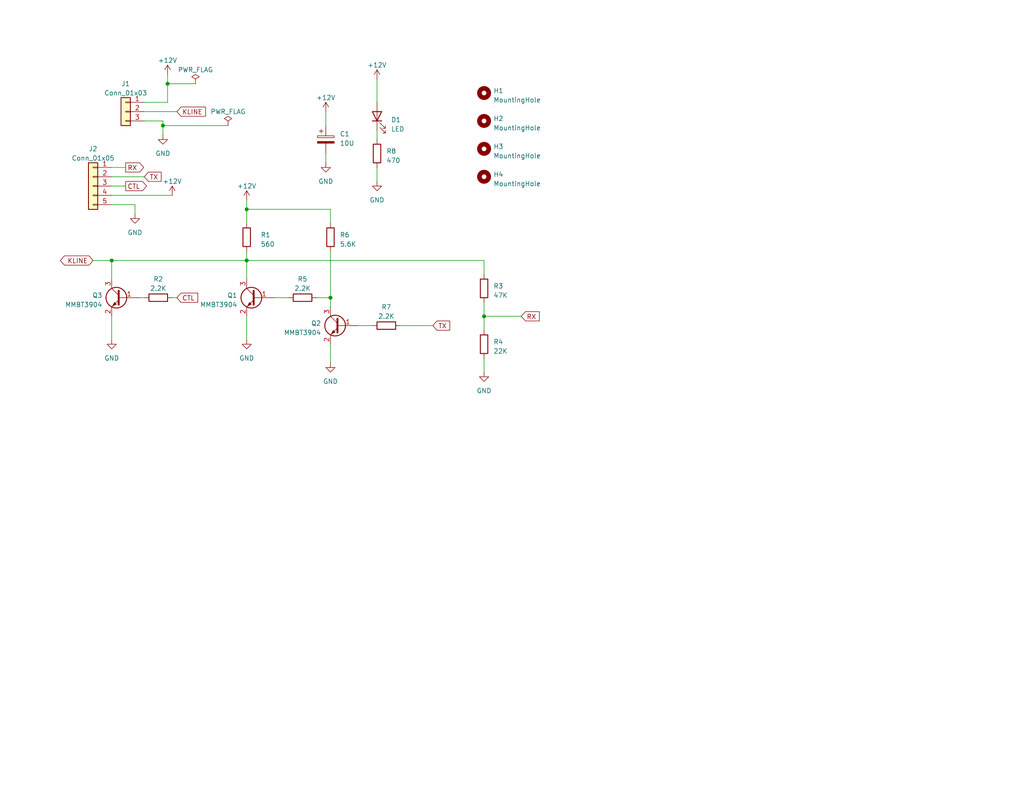
<source format=kicad_sch>
(kicad_sch (version 20230121) (generator eeschema)
  (paper "USLetter")
  (title_block (title "ISO9141 Interface Board"))
  (lib_symbols
    (symbol "Connector_Generic:Conn_01x03" (pin_names (offset 1.016) hide)
      (property "Reference" "J" (at 0 5.08 0))
      (property "Value" "Conn_01x03" (at 0 -5.08 0))
      (symbol "Conn_01x03_1_1"
        (rectangle (start -1.27 -2.413) (end 0 -2.667) (stroke (width 0.1524)))
        (rectangle (start -1.27 0.127) (end 0 -0.127) (stroke (width 0.1524)))
        (rectangle (start -1.27 2.667) (end 0 2.413) (stroke (width 0.1524)))
        (rectangle (start -1.27 3.81) (end 1.27 -3.81) (stroke (width 0.254)) (fill (type background)))
        (pin passive line (at -5.08 2.54 0) (length 3.81) (name "Pin_1") (number "1"))
        (pin passive line (at -5.08 0 0) (length 3.81) (name "Pin_2") (number "2"))
        (pin passive line (at -5.08 -2.54 0) (length 3.81) (name "Pin_3") (number "3"))
      )
    )
    (symbol "Connector_Generic:Conn_01x05" (pin_names (offset 1.016) hide)
      (property "Reference" "J" (at 0 7.62 0))
      (property "Value" "Conn_01x05" (at 0 -7.62 0))
      (symbol "Conn_01x05_1_1"
        (rectangle (start -1.27 -4.953) (end 0 -5.207) (stroke (width 0.1524)))
        (rectangle (start -1.27 -2.413) (end 0 -2.667) (stroke (width 0.1524)))
        (rectangle (start -1.27 0.127) (end 0 -0.127) (stroke (width 0.1524)))
        (rectangle (start -1.27 2.667) (end 0 2.413) (stroke (width 0.1524)))
        (rectangle (start -1.27 5.207) (end 0 4.953) (stroke (width 0.1524)))
        (rectangle (start -1.27 6.35) (end 1.27 -6.35) (stroke (width 0.254)) (fill (type background)))
        (pin passive line (at -5.08 5.08 0) (length 3.81) (name "Pin_1") (number "1"))
        (pin passive line (at -5.08 2.54 0) (length 3.81) (name "Pin_2") (number "2"))
        (pin passive line (at -5.08 0 0) (length 3.81) (name "Pin_3") (number "3"))
        (pin passive line (at -5.08 -2.54 0) (length 3.81) (name "Pin_4") (number "4"))
        (pin passive line (at -5.08 -5.08 0) (length 3.81) (name "Pin_5") (number "5"))
      )
    )
    (symbol "Device:C_Polarized" (pin_numbers hide) (pin_names (offset 0.254))
      (property "Reference" "C" (at 0.635 2.54 0))
      (property "Value" "C_Polarized" (at 0.635 -2.54 0))
      (symbol "C_Polarized_0_1"
        (rectangle (start -2.286 0.508) (end 2.286 1.016))
        (polyline (pts (xy -1.778 2.286) (xy -0.762 2.286)))
        (polyline (pts (xy -1.27 2.794) (xy -1.27 1.778)))
        (rectangle (start 2.286 -0.508) (end -2.286 -1.016) (fill (type outline)))
      )
      (symbol "C_Polarized_1_1"
        (pin passive line (at 0 3.81 270) (length 2.794) (name "~") (number "1"))
        (pin passive line (at 0 -3.81 90) (length 2.794) (name "~") (number "2"))
      )
    )
    (symbol "Device:LED" (pin_numbers hide) (pin_names (offset 1.016) hide)
      (property "Reference" "D" (at 0 2.54 0))
      (property "Value" "LED" (at 0 -2.54 0))
      (symbol "LED_0_1"
        (polyline (pts (xy -1.27 -1.27) (xy -1.27 1.27)) (stroke (width 0.254)))
        (polyline (pts (xy -1.27 0) (xy 1.27 0)))
        (polyline (pts (xy 1.27 -1.27) (xy 1.27 1.27) (xy -1.27 0) (xy 1.27 -1.27)) (stroke (width 0.254)))
        (polyline (pts (xy -3.048 -0.762) (xy -4.572 -2.286) (xy -3.81 -2.286) (xy -4.572 -2.286) (xy -4.572 -1.524)))
        (polyline (pts (xy -1.778 -0.762) (xy -3.302 -2.286) (xy -2.54 -2.286) (xy -3.302 -2.286) (xy -3.302 -1.524)))
      )
      (symbol "LED_1_1"
        (pin passive line (at -3.81 0 0) (length 2.54) (name "K") (number "1"))
        (pin passive line (at 3.81 0 180) (length 2.54) (name "A") (number "2"))
      )
    )
    (symbol "Device:R" (pin_numbers hide) (pin_names (offset 0))
      (property "Reference" "R" (at 2.032 0 90))
      (property "Value" "R" (at 0 0 90))
      (symbol "R_0_1"
        (rectangle (start -1.016 -2.54) (end 1.016 2.54) (stroke (width 0.254)))
      )
      (symbol "R_1_1"
        (pin passive line (at 0 3.81 270) (length 1.27) (name "~") (number "1"))
        (pin passive line (at 0 -3.81 90) (length 1.27) (name "~") (number "2"))
      )
    )
    (symbol "Mechanical:MountingHole" (pin_names (offset 1.016))
      (property "Reference" "H" (at 0 5.08 0))
      (property "Value" "MountingHole" (at 0 3.175 0))
      (symbol "MountingHole_0_1"
        (circle (center 0 0) (radius 1.27) (stroke (width 1.27)))
      )
    )
    (symbol "Transistor_BJT:MMBT3904" (pin_names (offset 0) hide)
      (property "Reference" "Q" (at 5.08 1.905 0))
      (property "Value" "MMBT3904" (at 5.08 0 0))
      (symbol "MMBT3904_0_1"
        (polyline (pts (xy 0.635 0.635) (xy 2.54 2.54)))
        (polyline (pts (xy 0.635 -0.635) (xy 2.54 -2.54) (xy 2.54 -2.54)))
        (polyline (pts (xy 0.635 1.905) (xy 0.635 -1.905) (xy 0.635 -1.905)) (stroke (width 0.508)))
        (polyline (pts (xy 1.27 -1.778) (xy 1.778 -1.27) (xy 2.286 -2.286) (xy 1.27 -1.778) (xy 1.27 -1.778)) (fill (type outline)))
        (circle (center 1.27 0) (radius 2.8194) (stroke (width 0.254)))
      )
      (symbol "MMBT3904_1_1"
        (pin input line (at -5.08 0 0) (length 5.715) (name "B") (number "1"))
        (pin passive line (at 2.54 -5.08 90) (length 2.54) (name "E") (number "2"))
        (pin passive line (at 2.54 5.08 270) (length 2.54) (name "C") (number "3"))
      )
    )
    (symbol "power:+12V" (power) (pin_names (offset 0))
      (property "Value" "+12V" (at 0 3.556 0))
      (symbol "+12V_0_1"
        (polyline (pts (xy -0.762 1.27) (xy 0 2.54)))
        (polyline (pts (xy 0 0) (xy 0 2.54)))
        (polyline (pts (xy 0 2.54) (xy 0.762 1.27)))
      )
      (symbol "+12V_1_1"
        (pin power_in line (at 0 0 90) (length 0) hide (name "+12V") (number "1"))
      )
    )
    (symbol "power:GND" (power) (pin_names (offset 0))
      (property "Value" "GND" (at 0 -3.81 0))
      (symbol "GND_0_1"
        (polyline (pts (xy 0 0) (xy 0 -1.27) (xy 1.27 -1.27) (xy 0 -2.54) (xy -1.27 -1.27) (xy 0 -1.27)))
      )
      (symbol "GND_1_1"
        (pin power_in line (at 0 0 270) (length 0) hide (name "GND") (number "1"))
      )
    )
    (symbol "power:PWR_FLAG" (power) (pin_numbers hide) (pin_names (offset 0) hide)
      (property "Value" "PWR_FLAG" (at 0 3.81 0))
      (symbol "PWR_FLAG_0_0"
        (pin power_out line (at 0 0 90) (length 0) (name "pwr") (number "1"))
      )
      (symbol "PWR_FLAG_0_1"
        (polyline (pts (xy 0 0) (xy 0 1.27) (xy -1.016 1.905) (xy 0 2.54) (xy 1.016 1.905) (xy 0 1.27)))
      )
    )
  )
  (junction (at 90.17 81.28))
  (junction (at 45.72 22.86))
  (junction (at 30.48 71.12))
  (junction (at 67.31 71.12))
  (junction (at 44.45 34.29))
  (junction (at 132.08 86.36))
  (junction (at 67.31 57.15))
  (wire (pts (xy 39.37 30.48) (xy 48.26 30.48)))
  (wire (pts (xy 102.87 21.59) (xy 102.87 27.94)))
  (wire (pts (xy 36.83 55.88) (xy 36.83 58.42)))
  (wire (pts (xy 97.79 88.9) (xy 101.6 88.9)))
  (wire (pts (xy 109.22 88.9) (xy 118.11 88.9)))
  (wire (pts (xy 90.17 68.58) (xy 90.17 81.28)))
  (wire (pts (xy 46.99 81.28) (xy 48.26 81.28)))
  (wire (pts (xy 44.45 34.29) (xy 62.23 34.29)))
  (wire (pts (xy 39.37 33.02) (xy 44.45 33.02)))
  (wire (pts (xy 67.31 57.15) (xy 67.31 60.96)))
  (wire (pts (xy 88.9 41.91) (xy 88.9 44.45)))
  (wire (pts (xy 45.72 22.86) (xy 53.34 22.86)))
  (wire (pts (xy 67.31 71.12) (xy 67.31 76.2)))
  (wire (pts (xy 86.36 81.28) (xy 90.17 81.28)))
  (wire (pts (xy 30.48 86.36) (xy 30.48 92.71)))
  (wire (pts (xy 74.93 81.28) (xy 78.74 81.28)))
  (wire (pts (xy 102.87 45.72) (xy 102.87 49.53)))
  (wire (pts (xy 132.08 86.36) (xy 132.08 90.17)))
  (wire (pts (xy 90.17 93.98) (xy 90.17 99.06)))
  (wire (pts (xy 30.48 71.12) (xy 67.31 71.12)))
  (wire (pts (xy 132.08 82.55) (xy 132.08 86.36)))
  (wire (pts (xy 67.31 86.36) (xy 67.31 92.71)))
  (wire (pts (xy 67.31 71.12) (xy 132.08 71.12)))
  (wire (pts (xy 90.17 57.15) (xy 90.17 60.96)))
  (wire (pts (xy 39.37 27.94) (xy 45.72 27.94)))
  (wire (pts (xy 44.45 33.02) (xy 44.45 34.29)))
  (wire (pts (xy 45.72 27.94) (xy 45.72 22.86)))
  (wire (pts (xy 30.48 71.12) (xy 30.48 76.2)))
  (wire (pts (xy 90.17 81.28) (xy 90.17 83.82)))
  (wire (pts (xy 38.1 81.28) (xy 39.37 81.28)))
  (wire (pts (xy 88.9 30.48) (xy 88.9 34.29)))
  (wire (pts (xy 30.48 48.26) (xy 39.37 48.26)))
  (wire (pts (xy 30.48 45.72) (xy 34.29 45.72)))
  (wire (pts (xy 30.48 55.88) (xy 36.83 55.88)))
  (wire (pts (xy 132.08 86.36) (xy 142.24 86.36)))
  (wire (pts (xy 30.48 53.34) (xy 46.99 53.34)))
  (wire (pts (xy 30.48 50.8) (xy 34.29 50.8)))
  (wire (pts (xy 67.31 54.61) (xy 67.31 57.15)))
  (wire (pts (xy 45.72 22.86) (xy 45.72 20.32)))
  (wire (pts (xy 25.4 71.12) (xy 30.48 71.12)))
  (wire (pts (xy 44.45 34.29) (xy 44.45 36.83)))
  (wire (pts (xy 132.08 97.79) (xy 132.08 101.6)))
  (wire (pts (xy 67.31 68.58) (xy 67.31 71.12)))
  (wire (pts (xy 102.87 35.56) (xy 102.87 38.1)))
  (wire (pts (xy 67.31 57.15) (xy 90.17 57.15)))
  (wire (pts (xy 132.08 71.12) (xy 132.08 74.93)))
  (global_label "CTL" (shape input) (at 48.26 81.28 0) (property "Intersheetrefs" "${INTERSHEET_REFS}" (effects hide)))
  (global_label "KLINE" (shape bidirectional) (at 25.4 71.12 180) (property "Intersheetrefs" "${INTERSHEET_REFS}" (effects hide)))
  (global_label "TX" (shape input) (at 118.11 88.9 0) (property "Intersheetrefs" "${INTERSHEET_REFS}" (effects hide)))
  (global_label "CTL" (shape output) (at 34.29 50.8 0) (property "Intersheetrefs" "${INTERSHEET_REFS}" (effects hide)))
  (global_label "RX" (shape input) (at 142.24 86.36 0) (property "Intersheetrefs" "${INTERSHEET_REFS}" (effects hide)))
  (global_label "KLINE" (shape input) (at 48.26 30.48 0) (property "Intersheetrefs" "${INTERSHEET_REFS}" (effects hide)))
  (global_label "RX" (shape output) (at 34.29 45.72 0) (property "Intersheetrefs" "${INTERSHEET_REFS}" (effects hide)))
  (global_label "TX" (shape input) (at 39.37 48.26 0) (property "Intersheetrefs" "${INTERSHEET_REFS}" (effects hide)))
  (symbol (lib_id "power:PWR_FLAG") (at 62.23 34.29 0) (unit 1)
    (property "Reference" "#FLG02" (effects hide))
    (property "Value" "PWR_FLAG" (at 62.23 30.48 0))
  )
  (symbol (lib_id "Transistor_BJT:MMBT3904") (at 69.85 81.28 0) (mirror y) (unit 1)
    (property "Reference" "Q1" (at 64.77 80.645 0) (effects (justify left)))
    (property "Value" "MMBT3904" (at 64.77 83.185 0) (effects (justify left)))
    (property "Footprint" "Package_TO_SOT_SMD:SOT-23" (effects hide))
    (property "Datasheet" "https://www.onsemi.com/pub/Collateral/2N3903-D.PDF" (effects hide))
  )
  (symbol (lib_id "Device:R") (at 132.08 78.74 0) (unit 1)
    (property "Reference" "R3" (at 134.62 78.105 0) (effects (justify left)))
    (property "Value" "47K" (at 134.62 80.645 0) (effects (justify left)))
    (property "Footprint" "Resistor_SMD:R_0805_2012Metric_Pad1.20x1.40mm_HandSolder" (effects hide))
  )
  (symbol (lib_id "Device:R") (at 82.55 81.28 90) (unit 1)
    (property "Reference" "R5" (at 82.55 76.2 90))
    (property "Value" "2.2K" (at 82.55 78.74 90))
    (property "Footprint" "Resistor_SMD:R_0805_2012Metric_Pad1.20x1.40mm_HandSolder" (effects hide))
  )
  (symbol (lib_id "power:PWR_FLAG") (at 53.34 22.86 0) (unit 1)
    (property "Reference" "#FLG01" (effects hide))
    (property "Value" "PWR_FLAG" (at 53.34 19.05 0))
  )
  (symbol (lib_id "Transistor_BJT:MMBT3904") (at 33.02 81.28 0) (mirror y) (unit 1)
    (property "Reference" "Q3" (at 27.94 80.645 0) (effects (justify left)))
    (property "Value" "MMBT3904" (at 27.94 83.185 0) (effects (justify left)))
    (property "Footprint" "Package_TO_SOT_SMD:SOT-23" (effects hide))
    (property "Datasheet" "https://www.onsemi.com/pub/Collateral/2N3903-D.PDF" (effects hide))
  )
  (symbol (lib_id "Device:R") (at 90.17 64.77 0) (unit 1)
    (property "Reference" "R6" (at 92.71 64.135 0) (effects (justify left)))
    (property "Value" "5.6K" (at 92.71 66.675 0) (effects (justify left)))
    (property "Footprint" "Resistor_SMD:R_0805_2012Metric_Pad1.20x1.40mm_HandSolder" (effects hide))
  )
  (symbol (lib_id "Mechanical:MountingHole") (at 132.08 40.64 0) (unit 1)
    (property "Reference" "H3" (at 134.62 40.005 0) (effects (justify left)))
    (property "Value" "MountingHole" (at 134.62 42.545 0) (effects (justify left)))
    (property "Footprint" "MountingHole:MountingHole_4.3mm_M4" (effects hide))
  )
  (symbol (lib_id "power:+12V") (at 88.9 30.48 0) (unit 1)
    (property "Reference" "#PWR010" (effects hide))
    (property "Value" "+12V" (at 88.9 26.67 0))
  )
  (symbol (lib_id "power:GND") (at 30.48 92.71 0) (unit 1)
    (property "Reference" "#PWR03" (effects hide))
    (property "Value" "GND" (at 30.48 97.79 0))
  )
  (symbol (lib_id "power:GND") (at 102.87 49.53 0) (unit 1)
    (property "Reference" "#PWR012" (effects hide))
    (property "Value" "GND" (at 102.87 54.61 0))
  )
  (symbol (lib_id "power:+12V") (at 45.72 20.32 0) (unit 1)
    (property "Reference" "#PWR02" (effects hide))
    (property "Value" "+12V" (at 45.72 16.51 0))
  )
  (symbol (lib_id "Device:R") (at 43.18 81.28 90) (unit 1)
    (property "Reference" "R2" (at 43.18 76.2 90))
    (property "Value" "2.2K" (at 43.18 78.74 90))
    (property "Footprint" "Resistor_SMD:R_0805_2012Metric_Pad1.20x1.40mm_HandSolder" (effects hide))
  )
  (symbol (lib_id "power:+12V") (at 46.99 53.34 0) (unit 1)
    (property "Reference" "#PWR09" (effects hide))
    (property "Value" "+12V" (at 46.99 49.53 0))
  )
  (symbol (lib_id "Mechanical:MountingHole") (at 132.08 48.26 0) (unit 1)
    (property "Reference" "H4" (at 134.62 47.625 0) (effects (justify left)))
    (property "Value" "MountingHole" (at 134.62 50.165 0) (effects (justify left)))
    (property "Footprint" "MountingHole:MountingHole_4.3mm_M4" (effects hide))
  )
  (symbol (lib_id "Mechanical:MountingHole") (at 132.08 25.4 0) (unit 1)
    (property "Reference" "H1" (at 134.62 24.765 0) (effects (justify left)))
    (property "Value" "MountingHole" (at 134.62 27.305 0) (effects (justify left)))
    (property "Footprint" "MountingHole:MountingHole_4.3mm_M4" (effects hide))
  )
  (symbol (lib_id "Device:R") (at 105.41 88.9 90) (unit 1)
    (property "Reference" "R7" (at 105.41 83.82 90))
    (property "Value" "2.2K" (at 105.41 86.36 90))
    (property "Footprint" "Resistor_SMD:R_0805_2012Metric_Pad1.20x1.40mm_HandSolder" (effects hide))
  )
  (symbol (lib_id "Device:C_Polarized") (at 88.9 38.1 0) (unit 1)
    (property "Reference" "C1" (at 92.71 36.576 0) (effects (justify left)))
    (property "Value" "10U" (at 92.71 39.116 0) (effects (justify left)))
    (property "Footprint" "Capacitor_SMD:C_1206_3216Metric_Pad1.33x1.80mm_HandSolder" (effects hide))
  )
  (symbol (lib_id "Connector_Generic:Conn_01x03") (at 34.29 30.48 0) (mirror y) (unit 1)
    (property "Reference" "J1" (at 34.29 22.86 0))
    (property "Value" "Conn_01x03" (at 34.29 25.4 0))
    (property "Footprint" "Connector_PinHeader_2.54mm:PinHeader_1x03_P2.54mm_Vertical" (effects hide))
  )
  (symbol (lib_id "Device:LED") (at 102.87 31.75 90) (unit 1)
    (property "Reference" "D1" (at 106.68 32.7025 90) (effects (justify right)))
    (property "Value" "LED" (at 106.68 35.2425 90) (effects (justify right)))
    (property "Footprint" "LED_SMD:LED_1206_3216Metric_Pad1.42x1.75mm_HandSolder" (effects hide))
  )
  (symbol (lib_id "Transistor_BJT:MMBT3904") (at 92.71 88.9 0) (mirror y) (unit 1)
    (property "Reference" "Q2" (at 87.63 88.265 0) (effects (justify left)))
    (property "Value" "MMBT3904" (at 87.63 90.805 0) (effects (justify left)))
    (property "Footprint" "Package_TO_SOT_SMD:SOT-23" (effects hide))
    (property "Datasheet" "https://www.onsemi.com/pub/Collateral/2N3903-D.PDF" (effects hide))
  )
  (symbol (lib_id "power:+12V") (at 102.87 21.59 0) (unit 1)
    (property "Reference" "#PWR013" (effects hide))
    (property "Value" "+12V" (at 102.87 17.78 0))
  )
  (symbol (lib_id "Connector_Generic:Conn_01x05") (at 25.4 50.8 0) (mirror y) (unit 1)
    (property "Reference" "J2" (at 25.4 40.64 0))
    (property "Value" "Conn_01x05" (at 25.4 43.18 0))
    (property "Footprint" "Connector_PinHeader_2.54mm:PinHeader_1x05_P2.54mm_Vertical" (effects hide))
  )
  (symbol (lib_id "Device:R") (at 102.87 41.91 0) (unit 1)
    (property "Reference" "R8" (at 105.41 41.275 0) (effects (justify left)))
    (property "Value" "470" (at 105.41 43.815 0) (effects (justify left)))
    (property "Footprint" "Resistor_SMD:R_0805_2012Metric_Pad1.20x1.40mm_HandSolder" (effects hide))
  )
  (symbol (lib_id "Device:R") (at 67.31 64.77 0) (unit 1)
    (property "Reference" "R1" (at 71.12 64.135 0) (effects (justify left)))
    (property "Value" "560" (at 71.12 66.675 0) (effects (justify left)))
    (property "Footprint" "Resistor_SMD:R_0805_2012Metric_Pad1.20x1.40mm_HandSolder" (effects hide))
  )
  (symbol (lib_id "power:GND") (at 67.31 92.71 0) (unit 1)
    (property "Reference" "#PWR04" (effects hide))
    (property "Value" "GND" (at 67.31 97.79 0))
  )
  (symbol (lib_id "power:GND") (at 44.45 36.83 0) (unit 1)
    (property "Reference" "#PWR01" (effects hide))
    (property "Value" "GND" (at 44.45 41.91 0))
  )
  (symbol (lib_id "power:+12V") (at 67.31 54.61 0) (unit 1)
    (property "Reference" "#PWR06" (effects hide))
    (property "Value" "+12V" (at 67.31 50.8 0))
  )
  (symbol (lib_id "Mechanical:MountingHole") (at 132.08 33.02 0) (unit 1)
    (property "Reference" "H2" (at 134.62 32.385 0) (effects (justify left)))
    (property "Value" "MountingHole" (at 134.62 34.925 0) (effects (justify left)))
    (property "Footprint" "MountingHole:MountingHole_4.3mm_M4" (effects hide))
  )
  (symbol (lib_id "Device:R") (at 132.08 93.98 0) (unit 1)
    (property "Reference" "R4" (at 134.62 93.345 0) (effects (justify left)))
    (property "Value" "22K" (at 134.62 95.885 0) (effects (justify left)))
    (property "Footprint" "Resistor_SMD:R_0805_2012Metric_Pad1.20x1.40mm_HandSolder" (effects hide))
  )
  (symbol (lib_id "power:GND") (at 36.83 58.42 0) (unit 1)
    (property "Reference" "#PWR08" (effects hide))
    (property "Value" "GND" (at 36.83 63.5 0))
  )
  (symbol (lib_id "power:GND") (at 132.08 101.6 0) (unit 1)
    (property "Reference" "#PWR07" (effects hide))
    (property "Value" "GND" (at 132.08 106.68 0))
  )
  (symbol (lib_id "power:GND") (at 90.17 99.06 0) (unit 1)
    (property "Reference" "#PWR05" (effects hide))
    (property "Value" "GND" (at 90.17 104.14 0))
  )
  (symbol (lib_id "power:GND") (at 88.9 44.45 0) (unit 1)
    (property "Reference" "#PWR011" (effects hide))
    (property "Value" "GND" (at 88.9 49.53 0))
  )
)
</source>
